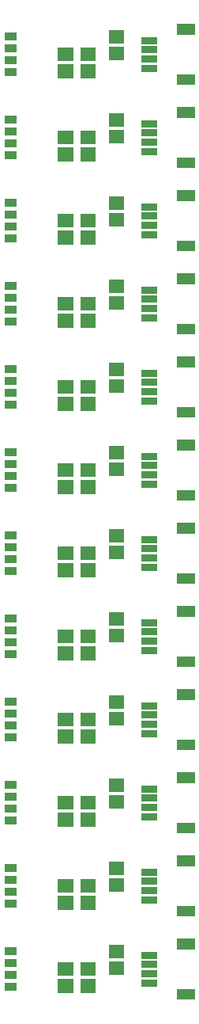
<source format=gbr>
G04 start of page 7 for group -4063 idx -4063 *
G04 Title: (unknown), componentmask *
G04 Creator: pcb 20140316 *
G04 CreationDate: Mon 29 Jan 2018 01:15:10 AM GMT UTC *
G04 For: railfan *
G04 Format: Gerber/RS-274X *
G04 PCB-Dimensions (mil): 1000.00 4200.00 *
G04 PCB-Coordinate-Origin: lower left *
%MOIN*%
%FSLAX25Y25*%
%LNTOPMASK*%
%ADD38R,0.0444X0.0444*%
%ADD37R,0.0296X0.0296*%
%ADD36R,0.0572X0.0572*%
%ADD35R,0.0344X0.0344*%
G54D35*X11619Y325000D02*X13337D01*
G54D36*X35107Y325457D02*X35893D01*
X44607D02*X45393D01*
G54D37*X69130Y326594D02*X72870D01*
G54D35*X11619Y330000D02*X13337D01*
G54D36*X35107Y332543D02*X35893D01*
G54D35*X11619Y335000D02*X13337D01*
X11619Y340000D02*X13337D01*
G54D36*X56607Y340043D02*X57393D01*
X44607Y332543D02*X45393D01*
X56607Y332957D02*X57393D01*
G54D37*X69130Y330531D02*X72870D01*
X69130Y334469D02*X72870D01*
X69130Y338406D02*X72870D01*
G54D38*X84632Y321919D02*X87880D01*
X84632Y343081D02*X87880D01*
G54D36*X44607Y290457D02*X45393D01*
X44607Y297543D02*X45393D01*
X56607Y305043D02*X57393D01*
X56607Y297957D02*X57393D01*
G54D37*X69130Y291594D02*X72870D01*
X69130Y295531D02*X72870D01*
X69130Y299469D02*X72870D01*
X69130Y303406D02*X72870D01*
G54D38*X84632Y286919D02*X87880D01*
X84632Y308081D02*X87880D01*
G54D36*X44607Y395457D02*X45393D01*
X44607Y402543D02*X45393D01*
X56607Y410043D02*X57393D01*
X56607Y402957D02*X57393D01*
G54D37*X69130Y396594D02*X72870D01*
X69130Y400531D02*X72870D01*
X69130Y404469D02*X72870D01*
X69130Y408406D02*X72870D01*
G54D38*X84632Y391919D02*X87880D01*
X84632Y413081D02*X87880D01*
G54D35*X11619Y405000D02*X13337D01*
X11619Y410000D02*X13337D01*
X11619Y395000D02*X13337D01*
X11619Y400000D02*X13337D01*
G54D36*X35107Y402543D02*X35893D01*
X35107Y395457D02*X35893D01*
X35107Y367543D02*X35893D01*
G54D35*X11619Y360000D02*X13337D01*
X11619Y365000D02*X13337D01*
X11619Y370000D02*X13337D01*
X11619Y375000D02*X13337D01*
G54D36*X35107Y360457D02*X35893D01*
X44607D02*X45393D01*
X44607Y367543D02*X45393D01*
X56607Y375043D02*X57393D01*
X56607Y367957D02*X57393D01*
G54D37*X69130Y361594D02*X72870D01*
G54D38*X84632Y356919D02*X87880D01*
G54D37*X69130Y365531D02*X72870D01*
X69130Y369469D02*X72870D01*
X69130Y373406D02*X72870D01*
G54D38*X84632Y378081D02*X87880D01*
G54D35*X11619Y290000D02*X13337D01*
X11619Y295000D02*X13337D01*
X11619Y300000D02*X13337D01*
X11619Y305000D02*X13337D01*
X11619Y260000D02*X13337D01*
X11619Y265000D02*X13337D01*
X11619Y270000D02*X13337D01*
G54D36*X35107Y290457D02*X35893D01*
X35107Y262543D02*X35893D01*
G54D35*X11619Y255000D02*X13337D01*
G54D36*X35107Y255457D02*X35893D01*
X44607D02*X45393D01*
X44607Y262543D02*X45393D01*
X56607Y270043D02*X57393D01*
X56607Y262957D02*X57393D01*
G54D37*X69130Y256594D02*X72870D01*
G54D38*X84632Y251919D02*X87880D01*
G54D37*X69130Y260531D02*X72870D01*
X69130Y264469D02*X72870D01*
X69130Y268406D02*X72870D01*
G54D38*X84632Y273081D02*X87880D01*
G54D36*X35107Y297543D02*X35893D01*
X35107Y150457D02*X35893D01*
X35107Y157543D02*X35893D01*
G54D35*X11619Y185000D02*X13337D01*
G54D36*X35107Y185457D02*X35893D01*
X35107Y192543D02*X35893D01*
G54D35*X11619Y190000D02*X13337D01*
X11619Y195000D02*X13337D01*
X11619Y200000D02*X13337D01*
G54D36*X44607Y185457D02*X45393D01*
X44607Y192543D02*X45393D01*
X44607Y150457D02*X45393D01*
X44607Y157543D02*X45393D01*
G54D35*X11619Y220000D02*X13337D01*
X11619Y225000D02*X13337D01*
X11619Y230000D02*X13337D01*
X11619Y235000D02*X13337D01*
G54D36*X35107Y220457D02*X35893D01*
X35107Y227543D02*X35893D01*
X44607Y220457D02*X45393D01*
X44607Y227543D02*X45393D01*
G54D37*X69130Y225531D02*X72870D01*
G54D36*X56607Y235043D02*X57393D01*
X56607Y227957D02*X57393D01*
X56607Y200043D02*X57393D01*
G54D37*X69130Y221594D02*X72870D01*
G54D38*X84632Y216919D02*X87880D01*
G54D37*X69130Y229469D02*X72870D01*
X69130Y233406D02*X72870D01*
G54D38*X84632Y238081D02*X87880D01*
G54D37*X69130Y194469D02*X72870D01*
X69130Y198406D02*X72870D01*
G54D38*X84632Y181919D02*X87880D01*
X84632Y203081D02*X87880D01*
G54D36*X56607Y192957D02*X57393D01*
G54D37*X69130Y186594D02*X72870D01*
X69130Y190531D02*X72870D01*
G54D36*X56607Y165043D02*X57393D01*
X56607Y157957D02*X57393D01*
G54D37*X69130Y151594D02*X72870D01*
X69130Y155531D02*X72870D01*
X69130Y159469D02*X72870D01*
X69130Y163406D02*X72870D01*
G54D38*X84632Y146919D02*X87880D01*
X84632Y168081D02*X87880D01*
G54D35*X11619Y150000D02*X13337D01*
X11619Y155000D02*X13337D01*
X11619Y160000D02*X13337D01*
X11619Y165000D02*X13337D01*
X11619Y115000D02*X13337D01*
X11619Y120000D02*X13337D01*
X11619Y125000D02*X13337D01*
X11619Y130000D02*X13337D01*
G54D36*X35107Y115457D02*X35893D01*
X35107Y122543D02*X35893D01*
X44607Y115457D02*X45393D01*
X44607Y122543D02*X45393D01*
X56607Y130043D02*X57393D01*
X56607Y122957D02*X57393D01*
G54D37*X69130Y116594D02*X72870D01*
X69130Y120531D02*X72870D01*
X69130Y124469D02*X72870D01*
X69130Y128406D02*X72870D01*
G54D38*X84632Y111919D02*X87880D01*
X84632Y133081D02*X87880D01*
G54D37*X69130Y81594D02*X72870D01*
G54D38*X84632Y76919D02*X87880D01*
G54D37*X69130Y85531D02*X72870D01*
X69130Y89469D02*X72870D01*
X69130Y93406D02*X72870D01*
G54D38*X84632Y98081D02*X87880D01*
G54D37*X69130Y54469D02*X72870D01*
X69130Y58406D02*X72870D01*
G54D38*X84632Y63081D02*X87880D01*
G54D35*X11619Y80000D02*X13337D01*
X11619Y85000D02*X13337D01*
X11619Y90000D02*X13337D01*
X11619Y95000D02*X13337D01*
G54D36*X35107Y80457D02*X35893D01*
X35107Y87543D02*X35893D01*
X44607Y80457D02*X45393D01*
X44607Y87543D02*X45393D01*
X56607Y95043D02*X57393D01*
X56607Y87957D02*X57393D01*
X35107Y45457D02*X35893D01*
X35107Y52543D02*X35893D01*
X44607Y45457D02*X45393D01*
X44607Y52543D02*X45393D01*
X56607Y60043D02*X57393D01*
X56607Y52957D02*X57393D01*
G54D35*X11619Y45000D02*X13337D01*
X11619Y50000D02*X13337D01*
X11619Y55000D02*X13337D01*
X11619Y60000D02*X13337D01*
X11619Y10000D02*X13337D01*
X11619Y15000D02*X13337D01*
X11619Y20000D02*X13337D01*
X11619Y25000D02*X13337D01*
G54D36*X35107Y10457D02*X35893D01*
X44607D02*X45393D01*
X35107Y17543D02*X35893D01*
X44607D02*X45393D01*
X56607Y25043D02*X57393D01*
X56607Y17957D02*X57393D01*
G54D37*X69130Y46594D02*X72870D01*
G54D38*X84632Y41919D02*X87880D01*
G54D37*X69130Y50531D02*X72870D01*
X69130Y11594D02*X72870D01*
X69130Y15531D02*X72870D01*
X69130Y19469D02*X72870D01*
X69130Y23406D02*X72870D01*
G54D38*X84632Y6919D02*X87880D01*
X84632Y28081D02*X87880D01*
M02*

</source>
